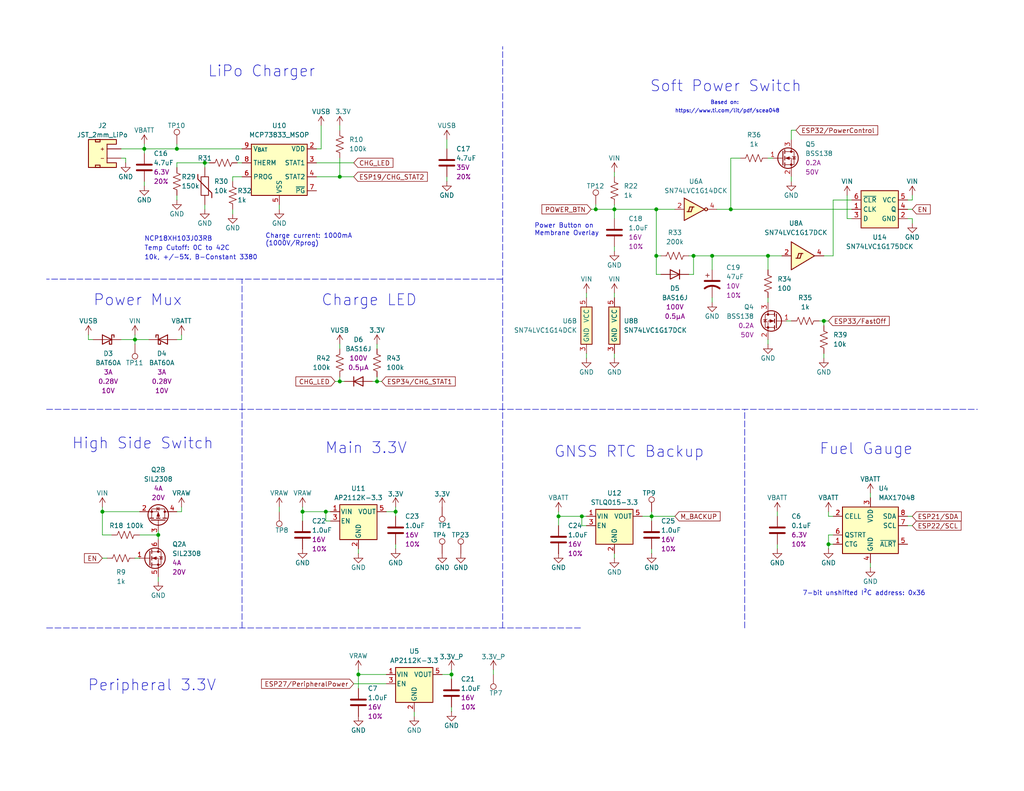
<source format=kicad_sch>
(kicad_sch (version 20231120) (generator "eeschema") (generator_version "8.0")
  (paper "USLetter")
  (title_block (title "Power"))
  (junction (at 55.88 44.45))
  (junction (at 179.07 57.15))
  (junction (at 152.4 140.97))
  (junction (at 158.75 140.97))
  (junction (at 27.94 139.7))
  (junction (at 209.55 69.85))
  (junction (at 226.06 148.59))
  (junction (at 224.79 87.63))
  (junction (at 43.18 146.05))
  (junction (at 199.39 57.15))
  (junction (at 167.64 57.15))
  (junction (at 107.95 139.7))
  (junction (at 177.8 140.97))
  (junction (at 92.71 104.14))
  (junction (at 39.37 40.64))
  (junction (at 102.87 104.14))
  (junction (at 48.26 40.64))
  (junction (at 123.19 184.15))
  (junction (at 88.9 139.7))
  (junction (at 36.83 92.71))
  (junction (at 92.71 48.26))
  (junction (at 162.56 57.15))
  (junction (at 189.23 69.85))
  (junction (at 179.07 69.85))
  (junction (at 82.55 139.7))
  (junction (at 194.31 69.85))
  (junction (at 97.79 184.15))
  (wire (pts (xy 107.95 139.7) (xy 107.95 140.97)))
  (wire (pts (xy 63.5 48.26) (xy 63.5 49.53)))
  (wire (pts (xy 92.71 48.26) (xy 96.52 48.26)))
  (wire (pts (xy 212.09 149.86) (xy 212.09 148.59)))
  (wire (pts (xy 36.83 91.44) (xy 36.83 92.71)))
  (wire (pts (xy 48.26 45.72) (xy 48.26 44.45)))
  (wire (pts (xy 187.96 74.93) (xy 189.23 74.93)))
  (wire (pts (xy 134.62 182.88) (xy 134.62 184.15)))
  (polyline (pts (xy 66.04 111.76) (xy 66.04 76.2)) (stroke (width 0) (type dash)))
  (wire (pts (xy 247.65 143.51) (xy 248.92 143.51)))
  (wire (pts (xy 152.4 140.97) (xy 152.4 139.7)))
  (wire (pts (xy 167.64 55.88) (xy 167.64 57.15)))
  (wire (pts (xy 209.55 81.28) (xy 209.55 82.55)))
  (wire (pts (xy 224.79 96.52) (xy 224.79 97.79)))
  (wire (pts (xy 227.33 69.85) (xy 227.33 54.61)))
  (wire (pts (xy 43.18 157.48) (xy 43.18 158.75)))
  (wire (pts (xy 48.26 139.7) (xy 49.53 139.7)))
  (wire (pts (xy 92.71 104.14) (xy 93.98 104.14)))
  (wire (pts (xy 247.65 140.97) (xy 248.92 140.97)))
  (wire (pts (xy 189.23 69.85) (xy 194.31 69.85)))
  (wire (pts (xy 158.75 140.97) (xy 158.75 143.51)))
  (wire (pts (xy 209.55 92.71) (xy 209.55 93.98)))
  (wire (pts (xy 38.1 146.05) (xy 43.18 146.05)))
  (wire (pts (xy 34.29 43.18) (xy 34.29 44.45)))
  (wire (pts (xy 63.5 58.42) (xy 63.5 57.15)))
  (wire (pts (xy 247.65 54.61) (xy 248.92 54.61)))
  (wire (pts (xy 36.83 152.4) (xy 38.1 152.4)))
  (wire (pts (xy 167.64 96.52) (xy 167.64 97.79)))
  (wire (pts (xy 209.55 69.85) (xy 213.36 69.85)))
  (wire (pts (xy 247.65 59.69) (xy 248.92 59.69)))
  (wire (pts (xy 180.34 74.93) (xy 179.07 74.93)))
  (wire (pts (xy 48.26 44.45) (xy 55.88 44.45)))
  (wire (pts (xy 212.09 139.7) (xy 212.09 140.97)))
  (wire (pts (xy 39.37 40.64) (xy 48.26 40.64)))
  (wire (pts (xy 160.02 143.51) (xy 158.75 143.51)))
  (wire (pts (xy 189.23 74.93) (xy 189.23 69.85)))
  (wire (pts (xy 88.9 139.7) (xy 82.55 139.7)))
  (wire (pts (xy 167.64 80.01) (xy 167.64 81.28)))
  (wire (pts (xy 123.19 184.15) (xy 123.19 185.42)))
  (wire (pts (xy 24.13 91.44) (xy 24.13 92.71)))
  (wire (pts (xy 209.55 73.66) (xy 209.55 69.85)))
  (polyline (pts (xy 137.16 111.76) (xy 137.16 12.7)) (stroke (width 0) (type dash)))
  (wire (pts (xy 187.96 69.85) (xy 189.23 69.85)))
  (wire (pts (xy 231.14 53.34) (xy 231.14 59.69)))
  (wire (pts (xy 36.83 92.71) (xy 36.83 93.98)))
  (wire (pts (xy 86.36 44.45) (xy 96.52 44.45)))
  (wire (pts (xy 92.71 43.18) (xy 92.71 48.26)))
  (wire (pts (xy 177.8 149.86) (xy 177.8 151.13)))
  (wire (pts (xy 49.53 138.43) (xy 49.53 139.7)))
  (wire (pts (xy 92.71 93.98) (xy 92.71 95.25)))
  (wire (pts (xy 162.56 55.88) (xy 162.56 57.15)))
  (wire (pts (xy 177.8 140.97) (xy 184.15 140.97)))
  (wire (pts (xy 247.65 57.15) (xy 248.92 57.15)))
  (wire (pts (xy 158.75 140.97) (xy 152.4 140.97)))
  (wire (pts (xy 223.52 87.63) (xy 224.79 87.63)))
  (wire (pts (xy 63.5 48.26) (xy 66.04 48.26)))
  (polyline (pts (xy 203.2 171.45) (xy 203.2 111.76)) (stroke (width 0) (type dash)))
  (wire (pts (xy 97.79 184.15) (xy 97.79 182.88)))
  (wire (pts (xy 36.83 92.71) (xy 40.64 92.71)))
  (wire (pts (xy 105.41 139.7) (xy 107.95 139.7)))
  (wire (pts (xy 160.02 140.97) (xy 158.75 140.97)))
  (wire (pts (xy 224.79 87.63) (xy 226.06 87.63)))
  (wire (pts (xy 82.55 139.7) (xy 82.55 142.24)))
  (wire (pts (xy 209.55 43.18) (xy 210.82 43.18)))
  (wire (pts (xy 121.92 49.53) (xy 121.92 48.26)))
  (wire (pts (xy 102.87 93.98) (xy 102.87 95.25)))
  (wire (pts (xy 226.06 146.05) (xy 226.06 148.59)))
  (wire (pts (xy 248.92 59.69) (xy 248.92 60.96)))
  (wire (pts (xy 215.9 38.1) (xy 215.9 35.56)))
  (wire (pts (xy 48.26 40.64) (xy 66.04 40.64)))
  (wire (pts (xy 194.31 69.85) (xy 209.55 69.85)))
  (wire (pts (xy 90.17 139.7) (xy 88.9 139.7)))
  (wire (pts (xy 105.41 184.15) (xy 97.79 184.15)))
  (wire (pts (xy 194.31 81.28) (xy 194.31 82.55)))
  (wire (pts (xy 55.88 57.15) (xy 55.88 55.88)))
  (wire (pts (xy 248.92 53.34) (xy 248.92 54.61)))
  (polyline (pts (xy 137.16 76.2) (xy 66.04 76.2)) (stroke (width 0) (type dash)))
  (wire (pts (xy 102.87 102.87) (xy 102.87 104.14)))
  (wire (pts (xy 27.94 139.7) (xy 38.1 139.7)))
  (wire (pts (xy 27.94 139.7) (xy 27.94 146.05)))
  (wire (pts (xy 123.19 182.88) (xy 123.19 184.15)))
  (wire (pts (xy 27.94 146.05) (xy 30.48 146.05)))
  (wire (pts (xy 121.92 38.1) (xy 121.92 40.64)))
  (wire (pts (xy 224.79 69.85) (xy 227.33 69.85)))
  (wire (pts (xy 27.94 152.4) (xy 29.21 152.4)))
  (wire (pts (xy 227.33 146.05) (xy 226.06 146.05)))
  (wire (pts (xy 226.06 139.7) (xy 226.06 140.97)))
  (wire (pts (xy 24.13 92.71) (xy 25.4 92.71)))
  (wire (pts (xy 76.2 57.15) (xy 76.2 55.88)))
  (wire (pts (xy 101.6 104.14) (xy 102.87 104.14)))
  (polyline (pts (xy 12.7 111.76) (xy 266.7 111.76)) (stroke (width 0) (type dash)))
  (wire (pts (xy 39.37 39.37) (xy 39.37 40.64)))
  (wire (pts (xy 97.79 184.15) (xy 97.79 187.96)))
  (wire (pts (xy 167.64 57.15) (xy 167.64 59.69)))
  (wire (pts (xy 175.26 140.97) (xy 177.8 140.97)))
  (wire (pts (xy 86.36 48.26) (xy 92.71 48.26)))
  (wire (pts (xy 91.44 104.14) (xy 92.71 104.14)))
  (polyline (pts (xy 66.04 76.2) (xy 12.7 76.2)) (stroke (width 0) (type dash)))
  (wire (pts (xy 113.03 194.31) (xy 113.03 195.58)))
  (wire (pts (xy 120.65 184.15) (xy 123.19 184.15)))
  (wire (pts (xy 39.37 50.8) (xy 39.37 49.53)))
  (wire (pts (xy 199.39 57.15) (xy 232.41 57.15)))
  (wire (pts (xy 194.31 73.66) (xy 194.31 69.85)))
  (wire (pts (xy 49.53 91.44) (xy 49.53 92.71)))
  (wire (pts (xy 43.18 146.05) (xy 43.18 147.32)))
  (wire (pts (xy 227.33 54.61) (xy 232.41 54.61)))
  (wire (pts (xy 87.63 34.29) (xy 87.63 40.64)))
  (wire (pts (xy 184.15 57.15) (xy 179.07 57.15)))
  (wire (pts (xy 226.06 148.59) (xy 226.06 149.86)))
  (polyline (pts (xy 12.7 171.45) (xy 158.75 171.45)) (stroke (width 0) (type dash)))
  (wire (pts (xy 33.02 92.71) (xy 36.83 92.71)))
  (wire (pts (xy 227.33 140.97) (xy 226.06 140.97)))
  (polyline (pts (xy 137.16 171.45) (xy 137.16 111.76)) (stroke (width 0) (type dash)))
  (wire (pts (xy 88.9 139.7) (xy 88.9 142.24)))
  (wire (pts (xy 179.07 69.85) (xy 180.34 69.85)))
  (wire (pts (xy 215.9 48.26) (xy 215.9 49.53)))
  (wire (pts (xy 179.07 74.93) (xy 179.07 69.85)))
  (wire (pts (xy 33.02 43.18) (xy 34.29 43.18)))
  (wire (pts (xy 160.02 96.52) (xy 160.02 97.79)))
  (wire (pts (xy 92.71 34.29) (xy 92.71 35.56)))
  (wire (pts (xy 161.29 57.15) (xy 162.56 57.15)))
  (wire (pts (xy 199.39 43.18) (xy 199.39 57.15)))
  (wire (pts (xy 167.64 48.26) (xy 167.64 46.99)))
  (wire (pts (xy 76.2 138.43) (xy 76.2 139.7)))
  (wire (pts (xy 179.07 57.15) (xy 179.07 69.85)))
  (wire (pts (xy 224.79 87.63) (xy 224.79 88.9)))
  (wire (pts (xy 33.02 40.64) (xy 39.37 40.64)))
  (wire (pts (xy 167.64 151.13) (xy 167.64 152.4)))
  (wire (pts (xy 39.37 40.64) (xy 39.37 41.91)))
  (wire (pts (xy 64.77 44.45) (xy 66.04 44.45)))
  (wire (pts (xy 48.26 92.71) (xy 49.53 92.71)))
  (wire (pts (xy 43.18 144.78) (xy 43.18 146.05)))
  (wire (pts (xy 162.56 57.15) (xy 167.64 57.15)))
  (wire (pts (xy 57.15 44.45) (xy 55.88 44.45)))
  (wire (pts (xy 107.95 148.59) (xy 107.95 149.86)))
  (wire (pts (xy 86.36 40.64) (xy 87.63 40.64)))
  (wire (pts (xy 48.26 54.61) (xy 48.26 53.34)))
  (wire (pts (xy 160.02 80.01) (xy 160.02 81.28)))
  (wire (pts (xy 237.49 154.94) (xy 237.49 153.67)))
  (wire (pts (xy 102.87 104.14) (xy 104.14 104.14)))
  (wire (pts (xy 237.49 134.62) (xy 237.49 135.89)))
  (wire (pts (xy 48.26 39.37) (xy 48.26 40.64)))
  (wire (pts (xy 152.4 140.97) (xy 152.4 143.51)))
  (wire (pts (xy 107.95 138.43) (xy 107.95 139.7)))
  (wire (pts (xy 92.71 102.87) (xy 92.71 104.14)))
  (wire (pts (xy 97.79 149.86) (xy 97.79 151.13)))
  (wire (pts (xy 123.19 193.04) (xy 123.19 194.31)))
  (wire (pts (xy 232.41 59.69) (xy 231.14 59.69)))
  (wire (pts (xy 96.52 186.69) (xy 105.41 186.69)))
  (wire (pts (xy 201.93 43.18) (xy 199.39 43.18)))
  (polyline (pts (xy 66.04 171.45) (xy 66.04 111.76)) (stroke (width 0) (type dash)))
  (wire (pts (xy 215.9 35.56) (xy 217.17 35.56)))
  (wire (pts (xy 82.55 139.7) (xy 82.55 138.43)))
  (wire (pts (xy 90.17 142.24) (xy 88.9 142.24)))
  (wire (pts (xy 167.64 67.31) (xy 167.64 68.58)))
  (wire (pts (xy 177.8 140.97) (xy 177.8 142.24)))
  (wire (pts (xy 167.64 57.15) (xy 179.07 57.15)))
  (wire (pts (xy 195.58 57.15) (xy 199.39 57.15)))
  (wire (pts (xy 27.94 138.43) (xy 27.94 139.7)))
  (wire (pts (xy 55.88 44.45) (xy 55.88 45.72)))
  (wire (pts (xy 177.8 139.7) (xy 177.8 140.97)))
  (wire (pts (xy 226.06 148.59) (xy 227.33 148.59)))
  (wire (pts (xy 214.63 87.63) (xy 215.9 87.63)))
  (text "High Side Switch" (at 19.558 122.936 0) (effects (font (size 3 3)) (justify left bottom)))
  (text "Charge current: 1000mA\n(1000V/Rprog)" (at 72.39 67.31 0) (effects (font (size 1.27 1.27)) (justify left bottom)))
  (text "Power Button on\nMembrane Overlay" (at 145.796 64.516 0) (effects (font (size 1.27 1.27)) (justify left bottom)))
  (text "Based on:" (at 193.802 28.702 0) (effects (font (size 1.016 1.016)) (justify left bottom)))
  (text "GNSS RTC Backup" (at 151.13 125.222 0) (effects (font (size 3 3)) (justify left bottom)))
  (text "Temp Cutoff: 0C to 42C" (at 39.37 68.58 0) (effects (font (size 1.27 1.27)) (justify left bottom)))
  (text "10k, +/-5%, B-Constant 3380" (at 39.37 71.12 0) (effects (font (size 1.27 1.27)) (justify left bottom)))
  (text "NCP18XH103J03RB" (at 39.37 66.04 0) (effects (font (size 1.27 1.27)) (justify left bottom)))
  (text "Soft Power Switch" (at 177.292 25.4 0) (effects (font (size 3 3)) (justify left bottom)))
  (text "LiPo Charger" (at 56.642 21.336 0) (effects (font (size 3 3)) (justify left bottom)))
  (text "Charge LED" (at 87.63 83.82 0) (effects (font (size 3 3)) (justify left bottom)))
  (text "Power Mux" (at 25.4 83.82 0) (effects (font (size 3 3)) (justify left bottom)))
  (text "Fuel Gauge" (at 223.52 124.46 0) (effects (font (size 3 3)) (justify left bottom)))
  (text "https://www.ti.com/lit/pdf/scea048" (at 184.15 30.988 0) (effects (font (size 1.016 1.016)) (justify left bottom)))
  (text "Peripheral 3.3V" (at 23.876 188.976 0) (effects (font (size 3 3)) (justify left bottom)))
  (text "Main 3.3V" (at 88.646 124.206 0) (effects (font (size 3 3)) (justify left bottom)))
  (text "7-bit unshifted I²C address: 0x36\n" (at 218.948 162.814 0) (effects (font (size 1.27 1.27)) (justify left bottom)))
  (global_label "CHG_LED" (shape input) (at 91.44 104.14 180) (property "Intersheetrefs" "${INTERSHEET_REFS}" (effects (hide yes))))
  (global_label "ESP34{slash}CHG_STAT1" (shape input) (at 104.14 104.14 0) (property "Intersheetrefs" "${INTERSHEET_REFS}" (effects (hide yes))))
  (global_label "ESP21{slash}SDA" (shape input) (at 248.92 140.97 0) (property "Intersheetrefs" "${INTERSHEET_REFS}" (effects (hide yes))))
  (global_label "POWER_BTN" (shape input) (at 161.29 57.15 180) (property "Intersheetrefs" "${INTERSHEET_REFS}" (effects (hide yes))))
  (global_label "ESP32{slash}PowerControl" (shape input) (at 217.17 35.56 0) (property "Intersheetrefs" "${INTERSHEET_REFS}" (effects (hide yes))))
  (global_label "EN" (shape input) (at 248.92 57.15 0) (property "Intersheetrefs" "${INTERSHEET_REFS}" (effects (hide yes))))
  (global_label "ESP27{slash}PeripheralPower" (shape input) (at 96.52 186.69 180) (property "Intersheetrefs" "${INTERSHEET_REFS}" (effects (hide yes))))
  (global_label "ESP33{slash}FastOff" (shape input) (at 226.06 87.63 0) (property "Intersheetrefs" "${INTERSHEET_REFS}" (effects (hide yes))))
  (global_label "EN" (shape input) (at 27.94 152.4 180) (property "Intersheetrefs" "${INTERSHEET_REFS}" (effects (hide yes))))
  (global_label "M_BACKUP" (shape input) (at 184.15 140.97 0) (property "Intersheetrefs" "${INTERSHEET_REFS}" (effects (hide yes))))
  (global_label "ESP19{slash}CHG_STAT2" (shape input) (at 96.52 48.26 0) (property "Intersheetrefs" "${INTERSHEET_REFS}" (effects (hide yes))))
  (global_label "CHG_LED" (shape input) (at 96.52 44.45 0) (property "Intersheetrefs" "${INTERSHEET_REFS}" (effects (hide yes))))
  (global_label "ESP22{slash}SCL" (shape input) (at 248.92 143.51 0) (property "Intersheetrefs" "${INTERSHEET_REFS}" (effects (hide yes))))
  (symbol (lib_id "SparkFun-Capacitor:1.0uF_0402_16V_10%") (at 177.8 146.05 0) (unit 1)
    (property "Reference" "C25" (at 180.34 142.24 0) (effects (justify left)))
    (property "Value" "1.0uF" (at 180.34 144.78 0) (effects (justify left)))
    (property "Footprint" "SparkFun-Capacitor:C_0402_1005Metric" (effects (hide yes)))
    (property "Datasheet" "https://cdn.sparkfun.com/assets/8/a/4/a/5/Kemet_Capacitor_Datasheet.pdf" (effects (hide yes)))
    (property "Description" "Unpolarized capacitor" (effects (hide yes)))
    (property "PROD_ID" "CAP-14969" (effects (hide yes)))
    (property "Voltage" "16V" (at 180.34 147.32 0) (effects (justify left)))
    (property "Tolerance" "10%" (at 180.34 149.86 0) (effects (justify left)))
  )
  (symbol (lib_id "SparkFun-Connector:TestPoint_PTH") (at 134.62 184.15 180) (unit 1)
    (property "Reference" "TP7" (at 137.16 189.23 0) (effects (justify left)))
    (property "Value" "PTH" (effects (hide yes)))
    (property "Footprint" "SparkFun-Connector:1x01" (effects (hide yes)))
    (property "Description" "Test Point" (effects (hide yes)))
  )
  (symbol (lib_id "SparkFun-PowerSymbol:GND") (at 224.79 97.79 0) (unit 1)
    (property "Reference" "#PWR0126" (effects (hide yes)))
    (property "Value" "GND" (at 224.79 101.6 0))
    (property "Description" "Power symbol creates a global label with name \"GND\" , ground" (effects (hide yes)))
  )
  (symbol (lib_id "SparkFun-DiscreteSemi:Q_NPMOS_DUAL_4A_20V") (at 40.64 152.4 0) (unit 1)
    (property "Reference" "Q2" (at 46.99 148.59 0) (effects (justify left)))
    (property "Value" "SIL2308" (at 46.99 151.13 0) (effects (justify left)))
    (property "Footprint" "SparkFun-Semiconductor-Standard:SOT23-6-Tight" (effects (hide yes)))
    (property "Datasheet" "https://www.mccsemi.com/pdf/Products/SIL2308(SOT-23-6L)-A.pdf" (effects (hide yes)))
    (property "Description" "Dual N-Channel P-Channel MOSFET" (effects (hide yes)))
    (property "PROD_ID" "TRANS-15717" (effects (hide yes)))
    (property "IMax" "4A" (at 46.99 153.67 0) (effects (justify left)))
    (property "VMax" "20V" (at 46.99 156.21 0) (effects (justify left)))
  )
  (symbol (lib_id "SparkFun-PowerSymbol:3.3V") (at 102.87 93.98 0) (unit 1)
    (property "Reference" "#PWR066" (effects (hide yes)))
    (property "Value" "3.3V" (at 102.87 90.17 0))
    (property "Description" "Power symbol creates a global label with name \"3.3V\"" (effects (hide yes)))
  )
  (symbol (lib_id "SparkFun-PowerSymbol:VBATT") (at 152.4 139.7 0) (unit 1)
    (property "Reference" "#PWR069" (effects (hide yes)))
    (property "Value" "VBATT" (at 152.4 135.89 0))
    (property "Description" "Power symbol creates a global label with name \"VBATT\"" (effects (hide yes)))
  )
  (symbol (lib_id "SparkFun-IC-Power:MAX17048") (at 237.49 144.78 0) (unit 1)
    (property "Reference" "U4" (at 239.6841 133.35 0) (effects (justify left)))
    (property "Value" "MAX17048" (at 239.6841 135.89 0) (effects (justify left)))
    (property "Footprint" "SparkFun-Semiconductor-Standard:DFN-8" (effects (hide yes)))
    (property "Datasheet" "https://www.analog.com/media/en/technical-documentation/data-sheets/MAX17048-MAX17049.pdf" (effects (hide yes)))
    (property "Description" "Fuela Gauge IC for Batteries" (effects (hide yes)))
    (property "PROD_ID" "IC-12551" (effects (hide yes)))
  )
  (symbol (lib_id "power:GND") (at 76.2 57.15 0) (unit 1)
    (property "Reference" "#PWR038" (effects (hide yes)))
    (property "Value" "GND" (at 76.2 60.96 0))
    (property "Description" "Power symbol creates a global label with name \"GND\" , ground" (effects (hide yes)))
  )
  (symbol (lib_id "SparkFun-IC-Logic:74LVC1G175") (at 240.03 57.15 0) (unit 1)
    (property "Reference" "U14" (at 240.03 64.77 0))
    (property "Value" "SN74LVC1G175DCK" (at 240.03 67.31 0))
    (property "Footprint" "SparkFun-Semiconductor-Standard:SOT-323" (effects (hide yes)))
    (property "Datasheet" "https://www.ti.com/lit/gpn/SN74LVC1G175" (effects (hide yes)))
    (property "Description" "Single D-Type Flip-Flop With Asynchronous Clear, 1.65V to 5.5V, SOT-323 (SC70)" (effects (hide yes)))
    (property "PROD_ID" "IC-21905" (effects (hide yes)))
  )
  (symbol (lib_id "SparkFun-PowerSymbol:VIN") (at 231.14 53.34 0) (unit 1)
    (property "Reference" "#PWR0128" (effects (hide yes)))
    (property "Value" "VIN" (at 231.14 49.53 0))
    (property "Description" "Power symbol creates a global label with name \"VIN\"" (effects (hide yes)))
  )
  (symbol (lib_id "SparkFun-PowerSymbol:GND") (at 120.65 151.13 0) (unit 1)
    (property "Reference" "#PWR093" (effects (hide yes)))
    (property "Value" "GND" (at 120.65 154.94 0))
    (property "Description" "Power symbol creates a global label with name \"GND\" , ground" (effects (hide yes)))
  )
  (symbol (lib_id "SparkFun-PowerSymbol:GND") (at 209.55 93.98 0) (unit 1)
    (property "Reference" "#PWR0125" (effects (hide yes)))
    (property "Value" "GND" (at 209.55 97.79 0))
    (property "Description" "Power symbol creates a global label with name \"GND\" , ground" (effects (hide yes)))
  )
  (symbol (lib_id "SparkFun-DiscreteSemi:D_250mA_100V") (at 97.79 104.14 0) (unit 1)
    (property "Reference" "D6" (at 97.79 92.71 0))
    (property "Value" "BAS16J" (at 97.79 95.25 0))
    (property "Footprint" "SparkFun-Semiconductor-Standard:SOD-323" (effects (hide yes)))
    (property "Datasheet" "https://assets.nexperia.com/documents/data-sheet/BAS16J.pdf" (effects (hide yes)))
    (property "Description" "Diode" (effects (hide yes)))
    (property "PROD_ID" "DIO-09646" (effects (hide yes)))
    (property "VMax" "100V" (at 97.79 97.79 0))
    (property "IRev" "0.5μA" (at 97.79 100.33 0))
  )
  (symbol (lib_id "SparkFun-Regulator:STLQ015-3.3") (at 167.64 143.51 0) (unit 1)
    (property "Reference" "U12" (at 167.64 134.62 0))
    (property "Value" "STLQ015-3.3" (at 167.64 137.16 0))
    (property "Footprint" "SparkFun-Semiconductor-Standard:SOT23-5" (effects (hide yes)))
    (property "Datasheet" "https://www.st.com/content/ccc/resource/technical/document/datasheet/35/54/c9/ad/3b/07/4a/c3/CD00268765.pdf/files/CD00268765.pdf/jcr:content/translations/en.CD00268765.pdf" (effects (hide yes)))
    (property "Description" "150mA low dropout linear regulator, 1.4uA quiescent current" (effects (hide yes)))
    (property "PROD_ID" "IC-15779" (effects (hide yes)))
    (property "VMax" "5.5V" (effects (hide yes)))
    (property "Imax" "150mA" (effects (hide yes)))
    (property "Iq" "1.4µA" (effects (hide yes)))
  )
  (symbol (lib_id "SparkFun-Connector:TestPoint_PTH") (at 36.83 93.98 180) (unit 1)
    (property "Reference" "TP11" (at 34.29 99.06 0) (effects (justify right)))
    (property "Value" "PTH" (effects (hide yes)))
    (property "Footprint" "SparkFun-Connector:1x01" (effects (hide yes)))
    (property "Description" "Test Point" (effects (hide yes)))
  )
  (symbol (lib_id "power:GND") (at 55.88 57.15 0) (unit 1)
    (property "Reference" "#PWR034" (effects (hide yes)))
    (property "Value" "GND" (at 55.88 60.96 0))
    (property "Description" "Power symbol creates a global label with name \"GND\" , ground" (effects (hide yes)))
  )
  (symbol (lib_id "power:GND") (at 237.49 154.94 0) (unit 1)
    (property "Reference" "#PWR028" (effects (hide yes)))
    (property "Value" "GND" (at 237.49 158.75 0))
    (property "Description" "Power symbol creates a global label with name \"GND\" , ground" (effects (hide yes)))
  )
  (symbol (lib_id "SparkFun-Resistor:Thermistor-NTC-10k") (at 55.88 50.8 90) (unit 1)
    (property "Reference" "R30" (at 58.42 49.53 90) (effects (justify right)))
    (property "Value" "10k" (at 58.42 52.07 90) (effects (justify right)))
    (property "Footprint" "SparkFun-Resistor:R_0603_1608Metric" (effects (hide yes)))
    (property "Datasheet" "https://www.murata.com/-/media/webrenewal/products/thermistor/ntc/ncp/ncp18.ashx?la=ja-jp&cvid=20211118090222000000" (effects (hide yes)))
    (property "Description" "Temperature dependent resistor" (effects (hide yes)))
    (property "PROD_ID" "RES-13608" (effects (hide yes)))
  )
  (symbol (lib_id "SparkFun-PowerSymbol:VUSB") (at 24.13 91.44 0) (unit 1)
    (property "Reference" "#PWR058" (effects (hide yes)))
    (property "Value" "VUSB" (at 24.13 87.63 0))
    (property "Description" "Power symbol creates a global label with name \"VUSB\"" (effects (hide yes)))
  )
  (symbol (lib_id "SparkFun-PowerSymbol:VBATT") (at 212.09 139.7 0) (unit 1)
    (property "Reference" "#PWR023" (effects (hide yes)))
    (property "Value" "VBATT" (at 212.09 135.89 0))
    (property "Description" "Power symbol creates a global label with name \"VBATT\"" (effects (hide yes)))
  )
  (symbol (lib_id "SparkFun-Resistor:1k_0402") (at 219.71 87.63 180) (unit 1)
    (property "Reference" "R35" (at 219.71 81.28 0))
    (property "Value" "1k" (at 219.71 83.82 0))
    (property "Footprint" "SparkFun-Resistor:R_0402_1005Metric" (effects (hide yes)))
    (property "Datasheet" "https://www.vishay.com/docs/20035/dcrcwe3.pdf" (effects (hide yes)))
    (property "Description" "Resistor" (effects (hide yes)))
    (property "PROD_ID" "RES-14342" (effects (hide yes)))
  )
  (symbol (lib_id "SparkFun-IC-Power:MCP73833") (at 76.2 49.53 0) (unit 1)
    (property "Reference" "U10" (at 76.2 34.29 0))
    (property "Value" "MCP73833_MSOP" (at 76.2 36.83 0))
    (property "Footprint" "SparkFun-Semiconductor-Standard:MSOP-10_3x3mm_P0.5mm" (effects (hide yes)))
    (property "Datasheet" "https://ww1.microchip.com/downloads/en/DeviceDoc/22005b.pdf" (effects (hide yes)))
    (property "Description" "Single cell, Li-Ion/Li-Po charge management controller, Thermal cut-off" (effects (hide yes)))
    (property "PROD_ID" "IC-19890" (effects (hide yes)))
  )
  (symbol (lib_id "SparkFun-Capacitor:4.7uF_0603_35V_20%") (at 121.92 44.45 0) (unit 1)
    (property "Reference" "C17" (at 124.46 40.64 0) (effects (justify left)))
    (property "Value" "4.7uF" (at 124.46 43.18 0) (effects (justify left)))
    (property "Footprint" "SparkFun-Capacitor:C_0603_1608Metric" (effects (hide yes)))
    (property "Datasheet" "https://cdn.sparkfun.com/assets/8/a/4/a/5/Kemet_Capacitor_Datasheet.pdf" (effects (hide yes)))
    (property "Description" "Unpolarized capacitor" (effects (hide yes)))
    (property "PROD_ID" "CAP-14106" (effects (hide yes)))
    (property "Voltage" "35V" (at 124.46 45.72 0) (effects (justify left)))
    (property "Tolerance" "20%" (at 124.46 48.26 0) (effects (justify left)))
  )
  (symbol (lib_id "SparkFun-Capacitor:4.7uF_0402_6.3V_10%") (at 39.37 45.72 0) (unit 1)
    (property "Reference" "C16" (at 41.91 41.91 0) (effects (justify left)))
    (property "Value" "4.7uF" (at 41.91 44.45 0) (effects (justify left)))
    (property "Footprint" "SparkFun-Capacitor:C_0402_1005Metric" (effects (hide yes)))
    (property "Datasheet" "https://cdn.sparkfun.com/assets/8/a/4/a/5/Kemet_Capacitor_Datasheet.pdf" (effects (hide yes)))
    (property "Description" "Unpolarized capacitor" (effects (hide yes)))
    (property "PROD_ID" "CAP-14240" (effects (hide yes)))
    (property "Voltage" "6.3V" (at 41.91 46.99 0) (effects (justify left)))
    (property "Tolerance" "20%" (at 41.91 49.53 0) (effects (justify left)))
  )
  (symbol (lib_id "SparkFun-Connector:TestPoint_PTH") (at 76.2 139.7 180) (unit 1)
    (property "Reference" "TP8" (at 78.74 144.78 0) (effects (justify left)))
    (property "Value" "PTH" (effects (hide yes)))
    (property "Footprint" "SparkFun-Connector:1x01" (effects (hide yes)))
    (property "Description" "Test Point" (effects (hide yes)))
  )
  (symbol (lib_id "power:GND") (at 63.5 58.42 0) (unit 1)
    (property "Reference" "#PWR036" (effects (hide yes)))
    (property "Value" "GND" (at 63.5 62.23 0))
    (property "Description" "Power symbol creates a global label with name \"GND\" , ground" (effects (hide yes)))
  )
  (symbol (lib_id "SparkFun-Capacitor:1.0uF_0402_16V_10%") (at 123.19 189.23 0) (unit 1)
    (property "Reference" "C21" (at 125.73 185.42 0) (effects (justify left)))
    (property "Value" "1.0uF" (at 125.73 187.96 0) (effects (justify left)))
    (property "Footprint" "SparkFun-Capacitor:C_0402_1005Metric" (effects (hide yes)))
    (property "Datasheet" "https://cdn.sparkfun.com/assets/8/a/4/a/5/Kemet_Capacitor_Datasheet.pdf" (effects (hide yes)))
    (property "Description" "Unpolarized capacitor" (effects (hide yes)))
    (property "PROD_ID" "CAP-14969" (effects (hide yes)))
    (property "Voltage" "16V" (at 125.73 190.5 0) (effects (justify left)))
    (property "Tolerance" "10%" (at 125.73 193.04 0) (effects (justify left)))
  )
  (symbol (lib_id "power:GND") (at 123.19 194.31 0) (unit 1)
    (property "Reference" "#PWR029" (effects (hide yes)))
    (property "Value" "GND" (at 123.19 198.12 0))
    (property "Description" "Power symbol creates a global label with name \"GND\" , ground" (effects (hide yes)))
  )
  (symbol (lib_id "SparkFun-Connector:TestPoint_PTH") (at 125.73 151.13 0) (unit 1)
    (property "Reference" "TP23" (at 123.19 146.05 0) (effects (justify left)))
    (property "Value" "PTH" (effects (hide yes)))
    (property "Footprint" "SparkFun-Connector:1x01" (effects (hide yes)))
    (property "Description" "Test Point" (effects (hide yes)))
  )
  (symbol (lib_id "SparkFun-Capacitor:1.0uF_0402_16V_10%") (at 107.95 144.78 0) (unit 1)
    (property "Reference" "C23" (at 110.49 140.97 0) (effects (justify left)))
    (property "Value" "1.0uF" (at 110.49 143.51 0) (effects (justify left)))
    (property "Footprint" "SparkFun-Capacitor:C_0402_1005Metric" (effects (hide yes)))
    (property "Datasheet" "https://cdn.sparkfun.com/assets/8/a/4/a/5/Kemet_Capacitor_Datasheet.pdf" (effects (hide yes)))
    (property "Description" "Unpolarized capacitor" (effects (hide yes)))
    (property "PROD_ID" "CAP-14969" (effects (hide yes)))
    (property "Voltage" "16V" (at 110.49 146.05 0) (effects (justify left)))
    (property "Tolerance" "10%" (at 110.49 148.59 0) (effects (justify left)))
  )
  (symbol (lib_id "power:GND") (at 34.29 44.45 0) (unit 1)
    (property "Reference" "#PWR015" (effects (hide yes)))
    (property "Value" "GND" (at 34.29 48.26 0))
    (property "Description" "Power symbol creates a global label with name \"GND\" , ground" (effects (hide yes)))
  )
  (symbol (lib_id "SparkFun-PowerSymbol:GND") (at 160.02 97.79 0) (unit 1)
    (property "Reference" "#PWR0132" (effects (hide yes)))
    (property "Value" "GND" (at 160.02 101.6 0))
    (property "Description" "Power symbol creates a global label with name \"GND\" , ground" (effects (hide yes)))
  )
  (symbol (lib_id "SparkFun-Resistor:100k_0402") (at 92.71 99.06 270) (mirror x) (unit 1)
    (property "Reference" "R42" (at 90.17 97.7899 90) (effects (justify right)))
    (property "Value" "100k" (at 90.17 100.3299 90) (effects (justify right)))
    (property "Footprint" "SparkFun-Resistor:R_0402_1005Metric" (effects (hide yes)))
    (property "Datasheet" "https://www.vishay.com/docs/20035/dcrcwe3.pdf" (effects (hide yes)))
    (property "Description" "Resistor" (effects (hide yes)))
    (property "PROD_ID" "RES-13495" (effects (hide yes)))
  )
  (symbol (lib_id "SparkFun-Resistor:1k_0402") (at 63.5 53.34 90) (unit 1)
    (property "Reference" "R32" (at 64.77 52.07 90) (effects (justify right)))
    (property "Value" "1k" (at 64.77 54.61 90) (effects (justify right)))
    (property "Footprint" "SparkFun-Resistor:R_0402_1005Metric" (effects (hide yes)))
    (property "Datasheet" "https://www.vishay.com/docs/20035/dcrcwe3.pdf" (effects (hide yes)))
    (property "Description" "Resistor" (effects (hide yes)))
    (property "PROD_ID" "RES-14342" (effects (hide yes)))
  )
  (symbol (lib_id "SparkFun-IC-Logic:74LVC1G14") (at 190.5 57.15 0) (unit 1)
    (property "Reference" "U6" (at 189.8753 49.53 0))
    (property "Value" "SN74LVC1G14DCK" (at 189.8753 52.07 0))
    (property "Footprint" "SparkFun-Semiconductor-Standard:SOT-353" (effects (hide yes)))
    (property "Datasheet" "https://www.ti.com/lit/gpn/SN74LVC1G14" (effects (hide yes)))
    (property "Description" "Single Schmitt-Trigger Inverter, Low-Voltage CMOS, 1.65V to 5.5V, SOT-353 (SC70)" (effects (hide yes)))
    (property "PROD_ID" "IC-21903" (effects (hide yes)))
  )
  (symbol (lib_id "SparkFun-PowerSymbol:GND") (at 194.31 82.55 0) (unit 1)
    (property "Reference" "#PWR0124" (effects (hide yes)))
    (property "Value" "GND" (at 194.31 86.36 0))
    (property "Description" "Power symbol creates a global label with name \"GND\" , ground" (effects (hide yes)))
  )
  (symbol (lib_id "power:GND") (at 167.64 152.4 0) (unit 1)
    (property "Reference" "#PWR071" (effects (hide yes)))
    (property "Value" "GND" (at 167.64 156.21 0))
    (property "Description" "Power symbol creates a global label with name \"GND\" , ground" (effects (hide yes)))
  )
  (symbol (lib_id "SparkFun-PowerSymbol:VBATT") (at 49.53 91.44 0) (unit 1)
    (property "Reference" "#PWR064" (effects (hide yes)))
    (property "Value" "VBATT" (at 49.53 87.63 0))
    (property "Description" "Power symbol creates a global label with name \"VBATT\"" (effects (hide yes)))
  )
  (symbol (lib_id "power:GND") (at 107.95 149.86 0) (unit 1)
    (property "Reference" "#PWR068" (effects (hide yes)))
    (property "Value" "GND" (at 107.95 153.67 0))
    (property "Description" "Power symbol creates a global label with name \"GND\" , ground" (effects (hide yes)))
  )
  (symbol (lib_id "SparkFun-Resistor:100k_0402") (at 92.71 39.37 90) (unit 1)
    (property "Reference" "R10" (at 95.25 38.0999 90) (effects (justify right)))
    (property "Value" "100k" (at 95.25 40.6399 90) (effects (justify right)))
    (property "Footprint" "SparkFun-Resistor:R_0402_1005Metric" (effects (hide yes)))
    (property "Datasheet" "https://www.vishay.com/docs/20035/dcrcwe3.pdf" (effects (hide yes)))
    (property "Description" "Resistor" (effects (hide yes)))
    (property "PROD_ID" "RES-13495" (effects (hide yes)))
  )
  (symbol (lib_id "SparkFun-PowerSymbol:GND") (at 43.18 158.75 0) (unit 1)
    (property "Reference" "#PWR0119" (effects (hide yes)))
    (property "Value" "GND" (at 43.18 162.56 0))
    (property "Description" "Power symbol creates a global label with name \"GND\" , ground" (effects (hide yes)))
  )
  (symbol (lib_id "SparkFun-PowerSymbol:VIN") (at 167.64 80.01 0) (unit 1)
    (property "Reference" "#PWR0133" (effects (hide yes)))
    (property "Value" "VIN" (at 167.64 76.2 0))
    (property "Description" "Power symbol creates a global label with name \"VIN\"" (effects (hide yes)))
  )
  (symbol (lib_id "power:GND") (at 152.4 151.13 0) (unit 1)
    (property "Reference" "#PWR070" (effects (hide yes)))
    (property "Value" "GND" (at 152.4 154.94 0))
    (property "Description" "Power symbol creates a global label with name \"GND\" , ground" (effects (hide yes)))
  )
  (symbol (lib_id "SparkFun-PowerSymbol:GND") (at 167.64 68.58 0) (unit 1)
    (property "Reference" "#PWR0123" (effects (hide yes)))
    (property "Value" "GND" (at 167.64 72.39 0))
    (property "Description" "Power symbol creates a global label with name \"GND\" , ground" (effects (hide yes)))
  )
  (symbol (lib_id "SparkFun-Capacitor:1.0uF_0402_16V_10%") (at 82.55 146.05 0) (unit 1)
    (property "Reference" "C22" (at 85.09 142.24 0) (effects (justify left)))
    (property "Value" "1.0uF" (at 85.09 144.78 0) (effects (justify left)))
    (property "Footprint" "SparkFun-Capacitor:C_0402_1005Metric" (effects (hide yes)))
    (property "Datasheet" "https://cdn.sparkfun.com/assets/8/a/4/a/5/Kemet_Capacitor_Datasheet.pdf" (effects (hide yes)))
    (property "Description" "Unpolarized capacitor" (effects (hide yes)))
    (property "PROD_ID" "CAP-14969" (effects (hide yes)))
    (property "Voltage" "16V" (at 85.09 147.32 0) (effects (justify left)))
    (property "Tolerance" "10%" (at 85.09 149.86 0) (effects (justify left)))
  )
  (symbol (lib_id "SparkFun-IC-Logic:74LVC1G17") (at 167.64 88.9 0) (unit 2)
    (property "Reference" "U8" (at 170.18 87.63 0) (effects (justify left)))
    (property "Value" "SN74LVC1G17DCK" (at 170.18 90.17 0) (effects (justify left)))
    (property "Footprint" "SparkFun-Semiconductor-Standard:SOT-353" (effects (hide yes)))
    (property "Datasheet" "https://www.ti.com/lit/gpn/SN74LVC1G17" (effects (hide yes)))
    (property "Description" "Single Schmitt-Trigger Buffer, Low-Voltage CMOS, 1.65V to 5.5V, SOT-353 (SC70)" (effects (hide yes)))
    (property "PROD_ID" "IC-21904" (effects (hide yes)))
  )
  (symbol (lib_id "SparkFun-PowerSymbol:VIN") (at 36.83 91.44 0) (unit 1)
    (property "Reference" "#PWR062" (effects (hide yes)))
    (property "Value" "VIN" (at 36.83 87.63 0))
    (property "Description" "Power symbol creates a global label with name \"VIN\"" (effects (hide yes)))
  )
  (symbol (lib_id "SparkFun-Resistor:1k_0402") (at 167.64 52.07 90) (unit 1)
    (property "Reference" "R22" (at 170.18 50.7999 90) (effects (justify right)))
    (property "Value" "1k" (at 170.18 53.3399 90) (effects (justify right)))
    (property "Footprint" "SparkFun-Resistor:R_0402_1005Metric" (effects (hide yes)))
    (property "Datasheet" "https://www.vishay.com/docs/20035/dcrcwe3.pdf" (effects (hide yes)))
    (property "Description" "Resistor" (effects (hide yes)))
    (property "PROD_ID" "RES-14342" (effects (hide yes)))
  )
  (symbol (lib_id "SparkFun-Resistor:0_0402") (at 60.96 44.45 0) (unit 1)
    (property "Reference" "R31" (at 55.88 43.18 0))
    (property "Value" "0" (at 64.77 43.18 0))
    (property "Footprint" "SparkFun-Resistor:R_0402_1005Metric" (effects (hide yes)))
    (property "Datasheet" "https://industrial.panasonic.com/cdbs/www-data/pdf/RDN0000/AOA0000C313.pdf" (effects (hide yes)))
    (property "Description" "Resistor" (effects (hide yes)))
    (property "PROD_ID" "RES-14244" (effects (hide yes)))
  )
  (symbol (lib_id "SparkFun-DiscreteSemi:D_250mA_100V") (at 184.15 74.93 0) (mirror y) (unit 1)
    (property "Reference" "D5" (at 184.15 78.74 0))
    (property "Value" "BAS16J" (at 184.15 81.28 0))
    (property "Footprint" "SparkFun-Semiconductor-Standard:SOD-323" (effects (hide yes)))
    (property "Datasheet" "https://assets.nexperia.com/documents/data-sheet/BAS16J.pdf" (effects (hide yes)))
    (property "Description" "Diode" (effects (hide yes)))
    (property "PROD_ID" "DIO-09646" (effects (hide yes)))
    (property "VMax" "100V" (at 184.15 83.82 0))
    (property "IRev" "0.5μA" (at 184.15 86.36 0))
  )
  (symbol (lib_id "power:GND") (at 121.92 49.53 0) (unit 1)
    (property "Reference" "#PWR043" (effects (hide yes)))
    (property "Value" "GND" (at 121.92 53.34 0))
    (property "Description" "Power symbol creates a global label with name \"GND\" , ground" (effects (hide yes)))
  )
  (symbol (lib_id "SparkFun-Resistor:10k_0402") (at 224.79 92.71 90) (unit 1)
    (property "Reference" "R39" (at 227.33 91.4399 90) (effects (justify right)))
    (property "Value" "10k" (at 227.33 93.9799 90) (effects (justify right)))
    (property "Footprint" "SparkFun-Resistor:R_0402_1005Metric" (effects (hide yes)))
    (property "Datasheet" "https://www.vishay.com/docs/20035/dcrcwe3.pdf" (effects (hide yes)))
    (property "Description" "Resistor" (effects (hide yes)))
    (property "PROD_ID" "RES-14241" (effects (hide yes)))
  )
  (symbol (lib_id "SparkFun-PowerSymbol:VUSB") (at 121.92 38.1 0) (unit 1)
    (property "Reference" "#PWR0122" (effects (hide yes)))
    (property "Value" "VUSB" (at 121.92 34.29 0))
    (property "Description" "Power symbol creates a global label with name \"VUSB\"" (effects (hide yes)))
  )
  (symbol (lib_id "SparkFun-Capacitor:0.1uF_0402_6.3V_10%") (at 212.09 144.78 0) (unit 1)
    (property "Reference" "C6" (at 215.9 140.97 0) (effects (justify left)))
    (property "Value" "0.1uF" (at 215.9 143.51 0) (effects (justify left)))
    (property "Footprint" "SparkFun-Capacitor:C_0402_1005Metric" (effects (hide yes)))
    (property "Datasheet" "https://cdn.sparkfun.com/assets/8/a/4/a/5/Kemet_Capacitor_Datasheet.pdf" (effects (hide yes)))
    (property "Description" "Unpolarized capacitor" (effects (hide yes)))
    (property "PROD_ID" "CAP-14993" (effects (hide yes)))
    (property "Voltage" "6.3V" (at 215.9 146.05 0) (effects (justify left)))
    (property "Tolerance" "10%" (at 215.9 148.59 0) (effects (justify left)))
  )
  (symbol (lib_id "SparkFun-PowerSymbol:VIN") (at 248.92 53.34 0) (unit 1)
    (property "Reference" "#PWR0129" (effects (hide yes)))
    (property "Value" "VIN" (at 248.92 49.53 0))
    (property "Description" "Power symbol creates a global label with name \"VIN\"" (effects (hide yes)))
  )
  (symbol (lib_id "SparkFun-PowerSymbol:VRAW") (at 97.79 182.88 0) (unit 1)
    (property "Reference" "#PWR02" (effects (hide yes)))
    (property "Value" "VRAW" (at 97.79 179.07 0))
    (property "Description" "Power symbol creates a global label with name \"VRAW\"" (effects (hide yes)))
  )
  (symbol (lib_id "SparkFun-DiscreteSemi:D_Schottky_3A_10V_0.28V") (at 29.21 92.71 0) (mirror y) (unit 1)
    (property "Reference" "D3" (at 29.5275 96.52 0))
    (property "Value" "BAT60A" (at 29.5275 99.06 0))
    (property "Footprint" "SparkFun-Semiconductor-Standard:SOD-323" (effects (hide yes)))
    (property "Datasheet" "https://www.infineon.com/dgdl/bat60aseries.pdf?folderId=db3a304313d846880113def5812204a1&fileId=db3a304313d846880113def70c9304a9" (effects (hide yes)))
    (property "Description" "Schottky diode" (effects (hide yes)))
    (property "PROD_ID" "DIO-14072" (effects (hide yes)))
    (property "IMax" "3A" (at 29.5275 101.6 0))
    (property "VDrop" "0.28V" (at 29.5275 104.14 0))
    (property "VMax" "10V" (at 29.5275 106.68 0))
  )
  (symbol (lib_id "SparkFun-PowerSymbol:VRAW") (at 76.2 138.43 0) (unit 1)
    (property "Reference" "#PWR0113" (effects (hide yes)))
    (property "Value" "VRAW" (at 76.2 134.62 0))
    (property "Description" "Power symbol creates a global label with name \"VRAW\"" (effects (hide yes)))
  )
  (symbol (lib_id "SparkFun-Capacitor:1.0uF_0402_16V_10%") (at 152.4 147.32 0) (unit 1)
    (property "Reference" "C24" (at 154.94 143.51 0) (effects (justify left)))
    (property "Value" "1.0uF" (at 154.94 146.05 0) (effects (justify left)))
    (property "Footprint" "SparkFun-Capacitor:C_0402_1005Metric" (effects (hide yes)))
    (property "Datasheet" "https://cdn.sparkfun.com/assets/8/a/4/a/5/Kemet_Capacitor_Datasheet.pdf" (effects (hide yes)))
    (property "Description" "Unpolarized capacitor" (effects (hide yes)))
    (property "PROD_ID" "CAP-14969" (effects (hide yes)))
    (property "Voltage" "16V" (at 154.94 148.59 0) (effects (justify left)))
    (property "Tolerance" "10%" (at 154.94 151.13 0) (effects (justify left)))
  )
  (symbol (lib_id "SparkFun-PowerSymbol:VBATT") (at 226.06 139.7 0) (unit 1)
    (property "Reference" "#PWR025" (effects (hide yes)))
    (property "Value" "VBATT" (at 226.06 135.89 0))
    (property "Description" "Power symbol creates a global label with name \"VBATT\"" (effects (hide yes)))
  )
  (symbol (lib_id "SparkFun-Connector:TestPoint_PTH") (at 120.65 138.43 180) (unit 1)
    (property "Reference" "TP1" (at 123.19 143.51 0) (effects (justify left)))
    (property "Value" "PTH" (effects (hide yes)))
    (property "Footprint" "SparkFun-Connector:1x01" (effects (hide yes)))
    (property "Description" "Test Point" (effects (hide yes)))
  )
  (symbol (lib_id "SparkFun-PowerSymbol:3.3V") (at 107.95 138.43 0) (unit 1)
    (property "Reference" "#PWR033" (effects (hide yes)))
    (property "Value" "3.3V" (at 107.95 134.874 0))
    (property "Description" "Power symbol creates a global label with name \"3.3V\"" (effects (hide yes)))
  )
  (symbol (lib_id "SparkFun-PowerSymbol:VRAW") (at 82.55 138.43 0) (unit 1)
    (property "Reference" "#PWR030" (effects (hide yes)))
    (property "Value" "VRAW" (at 82.55 134.62 0))
    (property "Description" "Power symbol creates a global label with name \"VRAW\"" (effects (hide yes)))
  )
  (symbol (lib_id "power:GND") (at 97.79 195.58 0) (unit 1)
    (property "Reference" "#PWR04" (effects (hide yes)))
    (property "Value" "GND" (at 97.79 199.39 0))
    (property "Description" "Power symbol creates a global label with name \"GND\" , ground" (effects (hide yes)))
  )
  (symbol (lib_id "SparkFun-Capacitor:1.0uF_0402_16V_10%") (at 97.79 191.77 0) (unit 1)
    (property "Reference" "C7" (at 100.33 187.96 0) (effects (justify left)))
    (property "Value" "1.0uF" (at 100.33 190.5 0) (effects (justify left)))
    (property "Footprint" "SparkFun-Capacitor:C_0402_1005Metric" (effects (hide yes)))
    (property "Datasheet" "https://cdn.sparkfun.com/assets/8/a/4/a/5/Kemet_Capacitor_Datasheet.pdf" (effects (hide yes)))
    (property "Description" "Unpolarized capacitor" (effects (hide yes)))
    (property "PROD_ID" "CAP-14969" (effects (hide yes)))
    (property "Voltage" "16V" (at 100.33 193.04 0) (effects (justify left)))
    (property "Tolerance" "10%" (at 100.33 195.58 0) (effects (justify left)))
  )
  (symbol (lib_id "SparkFun-Regulator:AP2112K-3.3") (at 113.03 186.69 0) (unit 1)
    (property "Reference" "U5" (at 113.03 177.8 0))
    (property "Value" "AP2112K-3.3" (at 113.03 180.34 0))
    (property "Footprint" "SparkFun-Semiconductor-Standard:SOT23-5" (effects (hide yes)))
    (property "Datasheet" "https://www.diodes.com/assets/Datasheets/AP2112.pdf" (effects (hide yes)))
    (property "Description" "600mA low dropout linear regulator, with enable pin, 3.8V-6V input voltage range, 3.3V fixed positive output, SOT-23-5" (effects (hide yes)))
    (property "PROD_ID" "VREG-12457" (effects (hide yes)))
    (property "VMax" "6V" (effects (hide yes)))
    (property "Imax" "600mA" (effects (hide yes)))
    (property "Iq" "55µA" (effects (hide yes)))
  )
  (symbol (lib_id "SparkFun-Resistor:150k_0402") (at 48.26 49.53 90) (unit 1)
    (property "Reference" "R29" (at 49.53 48.26 90) (effects (justify right)))
    (property "Value" "150k" (at 49.53 50.8 90) (effects (justify right)))
    (property "Footprint" "SparkFun-Resistor:R_0402_1005Metric" (effects (hide yes)))
    (property "Datasheet" "https://www.vishay.com/docs/20035/dcrcwe3.pdf" (effects (hide yes)))
    (property "Description" "Resistor" (effects (hide yes)))
    (property "PROD_ID" "RES-15093" (effects (hide yes)))
  )
  (symbol (lib_id "power:GND") (at 212.09 149.86 0) (unit 1)
    (property "Reference" "#PWR024" (effects (hide yes)))
    (property "Value" "GND" (at 212.09 153.67 0))
    (property "Description" "Power symbol creates a global label with name \"GND\" , ground" (effects (hide yes)))
  )
  (symbol (lib_id "SparkFun-PowerSymbol:VUSB") (at 92.71 93.98 0) (unit 1)
    (property "Reference" "#PWR065" (effects (hide yes)))
    (property "Value" "VUSB" (at 92.71 90.17 0))
    (property "Description" "Power symbol creates a global label with name \"VUSB\"" (effects (hide yes)))
  )
  (symbol (lib_id "power:GND") (at 113.03 195.58 0) (unit 1)
    (property "Reference" "#PWR06" (effects (hide yes)))
    (property "Value" "GND" (at 113.03 199.39 0))
    (property "Description" "Power symbol creates a global label with name \"GND\" , ground" (effects (hide yes)))
  )
  (symbol (lib_id "SparkFun-Connector:TestPoint_PTH") (at 48.26 39.37 0) (unit 1)
    (property "Reference" "TP10" (at 45.72 34.29 0) (effects (justify left)))
    (property "Value" "PTH" (effects (hide yes)))
    (property "Footprint" "SparkFun-Connector:1x01" (effects (hide yes)))
    (property "Description" "Test Point" (effects (hide yes)))
  )
  (symbol (lib_id "SparkFun-PowerSymbol:VUSB") (at 87.63 34.29 0) (unit 1)
    (property "Reference" "#PWR042" (effects (hide yes)))
    (property "Value" "VUSB" (at 87.63 30.48 0))
    (property "Description" "Power symbol creates a global label with name \"VUSB\"" (effects (hide yes)))
  )
  (symbol (lib_id "SparkFun-Resistor:1k_0402") (at 205.74 43.18 180) (unit 1)
    (property "Reference" "R36" (at 205.74 36.83 0))
    (property "Value" "1k" (at 205.74 39.37 0))
    (property "Footprint" "SparkFun-Resistor:R_0402_1005Metric" (effects (hide yes)))
    (property "Datasheet" "https://www.vishay.com/docs/20035/dcrcwe3.pdf" (effects (hide yes)))
    (property "Description" "Resistor" (effects (hide yes)))
    (property "PROD_ID" "RES-14342" (effects (hide yes)))
  )
  (symbol (lib_id "SparkFun-PowerSymbol:VRAW") (at 49.53 138.43 0) (unit 1)
    (property "Reference" "#PWR067" (effects (hide yes)))
    (property "Value" "VRAW" (at 49.53 134.62 0))
    (property "Description" "Power symbol creates a global label with name \"VRAW\"" (effects (hide yes)))
  )
  (symbol (lib_id "SparkFun-DiscreteSemi:D_Schottky_3A_10V_0.28V") (at 44.45 92.71 0) (unit 1)
    (property "Reference" "D4" (at 44.1325 96.52 0))
    (property "Value" "BAT60A" (at 44.1325 99.06 0))
    (property "Footprint" "SparkFun-Semiconductor-Standard:SOD-323" (effects (hide yes)))
    (property "Datasheet" "https://www.infineon.com/dgdl/bat60aseries.pdf?folderId=db3a304313d846880113def5812204a1&fileId=db3a304313d846880113def70c9304a9" (effects (hide yes)))
    (property "Description" "Schottky diode" (effects (hide yes)))
    (property "PROD_ID" "DIO-14072" (effects (hide yes)))
    (property "IMax" "3A" (at 44.1325 101.6 0))
    (property "VDrop" "0.28V" (at 44.1325 104.14 0))
    (property "VMax" "10V" (at 44.1325 106.68 0))
  )
  (symbol (lib_id "SparkFun-PowerSymbol:3.3V") (at 92.71 34.29 0) (unit 1)
    (property "Reference" "#PWR0112" (effects (hide yes)))
    (property "Value" "3.3V" (at 91.44 30.48 0) (effects (justify left)))
    (property "Description" "Power symbol creates a global label with name \"3.3V\"" (effects (hide yes)))
  )
  (symbol (lib_id "SparkFun-Regulator:AP2112K-3.3") (at 97.79 142.24 0) (unit 1)
    (property "Reference" "U11" (at 97.79 133.35 0))
    (property "Value" "AP2112K-3.3" (at 97.79 135.89 0))
    (property "Footprint" "SparkFun-Semiconductor-Standard:SOT23-5" (effects (hide yes)))
    (property "Datasheet" "https://www.diodes.com/assets/Datasheets/AP2112.pdf" (effects (hide yes)))
    (property "Description" "600mA low dropout linear regulator, with enable pin, 3.8V-6V input voltage range, 3.3V fixed positive output, SOT-23-5" (effects (hide yes)))
    (property "PROD_ID" "VREG-12457" (effects (hide yes)))
    (property "VMax" "6V" (effects (hide yes)))
    (property "Imax" "600mA" (effects (hide yes)))
    (property "Iq" "55µA" (effects (hide yes)))
  )
  (symbol (lib_id "SparkFun-Connector:TestPoint_PTH") (at 120.65 151.13 0) (unit 1)
    (property "Reference" "TP4" (at 118.11 146.05 0) (effects (justify left)))
    (property "Value" "PTH" (effects (hide yes)))
    (property "Footprint" "SparkFun-Connector:1x01" (effects (hide yes)))
    (property "Description" "Test Point" (effects (hide yes)))
  )
  (symbol (lib_id "SparkFun-Resistor:200k_0402") (at 184.15 69.85 0) (unit 1)
    (property "Reference" "R33" (at 184.15 63.5 0))
    (property "Value" "200k" (at 184.15 66.04 0))
    (property "Footprint" "SparkFun-Resistor:R_0402_1005Metric" (effects (hide yes)))
    (property "Datasheet" "https://www.vishay.com/docs/20035/dcrcwe3.pdf" (effects (hide yes)))
    (property "Description" "Resistor" (effects (hide yes)))
    (property "PROD_ID" "RES-15347" (effects (hide yes)))
  )
  (symbol (lib_id "SparkFun-PowerSymbol:GND") (at 125.73 151.13 0) (unit 1)
    (property "Reference" "#PWR0118" (effects (hide yes)))
    (property "Value" "GND" (at 125.73 154.94 0))
    (property "Description" "Power symbol creates a global label with name \"GND\" , ground" (effects (hide yes)))
  )
  (symbol (lib_id "SparkFun-DiscreteSemi:Q_NPMOS_DUAL_4A_20V") (at 43.18 142.24 270) (mirror x) (unit 2)
    (property "Reference" "Q2" (at 43.18 128.27 90))
    (property "Value" "SIL2308" (at 43.18 130.81 90))
    (property "Footprint" "SparkFun-Semiconductor-Standard:SOT23-6-Tight" (effects (hide yes)))
    (property "Datasheet" "https://www.mccsemi.com/pdf/Products/SIL2308(SOT-23-6L)-A.pdf" (effects (hide yes)))
    (property "Description" "Dual N-Channel P-Channel MOSFET" (effects (hide yes)))
    (property "PROD_ID" "TRANS-15717" (effects (hide yes)))
    (property "IMax" "4A" (at 43.18 133.35 90))
    (property "VMax" "20V" (at 43.18 135.89 90))
  )
  (symbol (lib_id "SparkFun-IC-Logic:74LVC1G14") (at 160.02 88.9 0) (mirror y) (unit 2)
    (property "Reference" "U6" (at 157.48 87.63 0) (effects (justify left)))
    (property "Value" "SN74LVC1G14DCK" (at 157.48 90.17 0) (effects (justify left)))
    (property "Footprint" "SparkFun-Semiconductor-Standard:SOT-353" (effects (hide yes)))
    (property "Datasheet" "https://www.ti.com/lit/gpn/SN74LVC1G14" (effects (hide yes)))
    (property "Description" "Single Schmitt-Trigger Inverter, Low-Voltage CMOS, 1.65V to 5.5V, SOT-353 (SC70)" (effects (hide yes)))
    (property "PROD_ID" "IC-21903" (effects (hide yes)))
  )
  (symbol (lib_id "SparkFun-PowerSymbol:VBATT") (at 39.37 39.37 0) (unit 1)
    (property "Reference" "#PWR018" (effects (hide yes)))
    (property "Value" "VBATT" (at 39.37 35.56 0))
    (property "Description" "Power symbol creates a global label with name \"VBATT\"" (effects (hide yes)))
  )
  (symbol (lib_id "SparkFun-PowerSymbol:GND") (at 248.92 60.96 0) (unit 1)
    (property "Reference" "#PWR0130" (effects (hide yes)))
    (property "Value" "GND" (at 248.92 64.77 0))
    (property "Description" "Power symbol creates a global label with name \"GND\" , ground" (effects (hide yes)))
  )
  (symbol (lib_id "power:GND") (at 82.55 149.86 0) (unit 1)
    (property "Reference" "#PWR031" (effects (hide yes)))
    (property "Value" "GND" (at 82.55 153.67 0))
    (property "Description" "Power symbol creates a global label with name \"GND\" , ground" (effects (hide yes)))
  )
  (symbol (lib_id "SparkFun-PowerSymbol:GND") (at 215.9 49.53 0) (unit 1)
    (property "Reference" "#PWR0127" (effects (hide yes)))
    (property "Value" "GND" (at 215.9 53.34 0))
    (property "Description" "Power symbol creates a global label with name \"GND\" , ground" (effects (hide yes)))
  )
  (symbol (lib_id "SparkFun-PowerSymbol:VBATT") (at 237.49 134.62 0) (unit 1)
    (property "Reference" "#PWR027" (effects (hide yes)))
    (property "Value" "VBATT" (at 237.49 130.81 0))
    (property "Description" "Power symbol creates a global label with name \"VBATT\"" (effects (hide yes)))
  )
  (symbol (lib_id "SparkFun-PowerSymbol:GND") (at 167.64 97.79 0) (unit 1)
    (property "Reference" "#PWR0134" (effects (hide yes)))
    (property "Value" "GND" (at 167.64 101.6 0))
    (property "Description" "Power symbol creates a global label with name \"GND\" , ground" (effects (hide yes)))
  )
  (symbol (lib_id "SparkFun-Resistor:100k_0402") (at 34.29 146.05 0) (unit 1)
    (property "Reference" "R18" (at 31.75 143.51 0))
    (property "Value" "100k" (at 36.83 143.51 0))
    (property "Footprint" "SparkFun-Resistor:R_0402_1005Metric" (effects (hide yes)))
    (property "Datasheet" "https://www.vishay.com/docs/20035/dcrcwe3.pdf" (effects (hide yes)))
    (property "Description" "Resistor" (effects (hide yes)))
    (property "PROD_ID" "RES-13495" (effects (hide yes)))
  )
  (symbol (lib_id "SparkFun-PowerSymbol:VIN") (at 167.64 46.99 0) (unit 1)
    (property "Reference" "#PWR0121" (effects (hide yes)))
    (property "Value" "VIN" (at 167.64 43.18 0))
    (property "Description" "Power symbol creates a global label with name \"VIN\"" (effects (hide yes)))
  )
  (symbol (lib_id "SparkFun-Resistor:100k_0402") (at 102.87 99.06 90) (unit 1)
    (property "Reference" "R43" (at 105.41 97.7899 90) (effects (justify right)))
    (property "Value" "100k" (at 105.41 100.3299 90) (effects (justify right)))
    (property "Footprint" "SparkFun-Resistor:R_0402_1005Metric" (effects (hide yes)))
    (property "Datasheet" "https://www.vishay.com/docs/20035/dcrcwe3.pdf" (effects (hide yes)))
    (property "Description" "Resistor" (effects (hide yes)))
    (property "PROD_ID" "RES-13495" (effects (hide yes)))
  )
  (symbol (lib_id "SparkFun-DiscreteSemi:Q_NMOS_0.2A_50V") (at 213.36 43.18 0) (unit 1)
    (property "Reference" "Q5" (at 219.71 39.37 0) (effects (justify left)))
    (property "Value" "BSS138" (at 219.71 41.91 0) (effects (justify left)))
    (property "Footprint" "SparkFun-Semiconductor-Standard:SOT23-3" (effects (hide yes)))
    (property "Datasheet" "https://cdn.sparkfun.com/datasheets/BreakoutBoards/BSS138.pdf" (effects (hide yes)))
    (property "Description" "N-MOSFET transistor, drain/gate/source" (effects (hide yes)))
    (property "PROD_ID" "TRANS-00830" (effects (hide yes)))
    (property "IMax" "0.2A" (at 219.71 44.45 0) (effects (justify left)))
    (property "VMax" "50V" (at 219.71 46.99 0) (effects (justify left)))
  )
  (symbol (lib_id "SparkFun-PowerSymbol:3.3V") (at 120.65 138.43 0) (unit 1)
    (property "Reference" "#PWR037" (effects (hide yes)))
    (property "Value" "3.3V" (at 120.65 134.874 0))
    (property "Description" "Power symbol creates a global label with name \"3.3V\"" (effects (hide yes)))
  )
  (symbol (lib_id "SparkFun-Connector:Conn_01x02_JST_2mm_LiPo") (at 27.94 40.64 0) (mirror y) (unit 1)
    (property "Reference" "J2" (at 27.94 34.29 0))
    (property "Value" "JST_2mm_LiPo" (at 27.94 36.83 0))
    (property "Footprint" "SparkFun-Connector:JST_SMD_2.0mm-2" (effects (hide yes)))
    (property "Description" "2 Pin 2mm JST Battery Connector" (effects (hide yes)))
    (property "PROD_ID" "CONN-11443" (effects (hide yes)))
  )
  (symbol (lib_id "SparkFun-PowerSymbol:VIN") (at 160.02 80.01 0) (unit 1)
    (property "Reference" "#PWR0131" (effects (hide yes)))
    (property "Value" "VIN" (at 160.02 76.2 0))
    (property "Description" "Power symbol creates a global label with name \"VIN\"" (effects (hide yes)))
  )
  (symbol (lib_id "SparkFun-Resistor:100_0603") (at 209.55 77.47 90) (unit 1)
    (property "Reference" "R34" (at 212.09 76.1999 90) (effects (justify right)))
    (property "Value" "100" (at 212.09 78.7399 90) (effects (justify right)))
    (property "Footprint" "SparkFun-Resistor:R_0603_1608Metric" (effects (hide yes)))
    (property "Datasheet" "https://www.vishay.com/docs/20035/dcrcwe3.pdf" (effects (hide yes)))
    (property "Description" "Resistor" (effects (hide yes)))
    (property "PROD_ID" "RES-07863" (effects (hide yes)))
  )
  (symbol (lib_id "SparkFun-Capacitor:1.0uF_0402_16V_10%") (at 167.64 63.5 0) (unit 1)
    (property "Reference" "C18" (at 171.45 59.6899 0) (effects (justify left)))
    (property "Value" "1.0uF" (at 171.45 62.2299 0) (effects (justify left)))
    (property "Footprint" "SparkFun-Capacitor:C_0402_1005Metric" (effects (hide yes)))
    (property "Datasheet" "https://cdn.sparkfun.com/assets/8/a/4/a/5/Kemet_Capacitor_Datasheet.pdf" (effects (hide yes)))
    (property "Description" "Unpolarized capacitor" (effects (hide yes)))
    (property "PROD_ID" "CAP-14969" (effects (hide yes)))
    (property "Voltage" "16V" (at 171.45 64.7699 0) (effects (justify left)))
    (property "Tolerance" "10%" (at 171.45 67.3099 0) (effects (justify left)))
  )
  (symbol (lib_id "SparkFun-Connector:TestPoint_PTH") (at 177.8 139.7 0) (unit 1)
    (property "Reference" "TP9" (at 175.26 134.62 0) (effects (justify left)))
    (property "Value" "PTH" (effects (hide yes)))
    (property "Footprint" "SparkFun-Connector:1x01" (effects (hide yes)))
    (property "Description" "Test Point" (effects (hide yes)))
  )
  (symbol (lib_id "SparkFun-DiscreteSemi:Q_NMOS_0.2A_50V") (at 212.09 87.63 0) (mirror y) (unit 1)
    (property "Reference" "Q4" (at 205.74 83.82 0) (effects (justify left)))
    (property "Value" "BSS138" (at 205.74 86.36 0) (effects (justify left)))
    (property "Footprint" "SparkFun-Semiconductor-Standard:SOT23-3" (effects (hide yes)))
    (property "Datasheet" "https://cdn.sparkfun.com/datasheets/BreakoutBoards/BSS138.pdf" (effects (hide yes)))
    (property "Description" "N-MOSFET transistor, drain/gate/source" (effects (hide yes)))
    (property "PROD_ID" "TRANS-00830" (effects (hide yes)))
    (property "IMax" "0.2A" (at 205.74 88.9 0) (effects (justify left)))
    (property "VMax" "50V" (at 205.74 91.44 0) (effects (justify left)))
  )
  (symbol (lib_id "power:GND") (at 48.26 54.61 0) (unit 1)
    (property "Reference" "#PWR021" (effects (hide yes)))
    (property "Value" "GND" (at 48.26 58.42 0))
    (property "Description" "Power symbol creates a global label with name \"GND\" , ground" (effects (hide yes)))
  )
  (symbol (lib_id "SparkFun-Connector:TestPoint_PTH") (at 162.56 55.88 0) (unit 1)
    (property "Reference" "TP12" (at 160.02 50.8 0) (effects (justify left)))
    (property "Value" "PTH" (effects (hide yes)))
    (property "Footprint" "SparkFun-Connector:1x01" (effects (hide yes)))
    (property "Description" "Test Point" (effects (hide yes)))
  )
  (symbol (lib_id "SparkFun-PowerSymbol:3.3V_P") (at 134.62 182.88 0) (unit 1)
    (property "Reference" "#PWR094" (effects (hide yes)))
    (property "Value" "3.3V_P" (at 134.62 179.324 0))
    (property "Description" "Power symbol creates a global label with name \"3.3V_P\"" (effects (hide yes)))
  )
  (symbol (lib_id "power:GND") (at 97.79 151.13 0) (unit 1)
    (property "Reference" "#PWR032" (effects (hide yes)))
    (property "Value" "GND" (at 97.79 154.94 0))
    (property "Description" "Power symbol creates a global label with name \"GND\" , ground" (effects (hide yes)))
  )
  (symbol (lib_id "power:GND") (at 177.8 151.13 0) (unit 1)
    (property "Reference" "#PWR072" (effects (hide yes)))
    (property "Value" "GND" (at 177.8 154.94 0))
    (property "Description" "Power symbol creates a global label with name \"GND\" , ground" (effects (hide yes)))
  )
  (symbol (lib_id "SparkFun-PowerSymbol:VIN") (at 27.94 138.43 0) (unit 1)
    (property "Reference" "#PWR0120" (effects (hide yes)))
    (property "Value" "VIN" (at 27.94 134.62 0))
    (property "Description" "Power symbol creates a global label with name \"VIN\"" (effects (hide yes)))
  )
  (symbol (lib_id "SparkFun-Capacitor:47uF_3528_10V_10%") (at 194.31 77.47 0) (unit 1)
    (property "Reference" "C19" (at 198.12 73.0249 0) (effects (justify left)))
    (property "Value" "47uF" (at 198.12 75.5649 0) (effects (justify left)))
    (property "Footprint" "SparkFun-Capacitor:EIA-3528" (effects (hide yes)))
    (property "Datasheet" "https://www.vishay.com/docs/40002/293d.pdf" (effects (hide yes)))
    (property "Description" "Polarized tantalum capacitor" (effects (hide yes)))
    (property "PROD_ID" "CAP-08310" (effects (hide yes)))
    (property "Voltage" "10V" (at 198.12 78.1049 0) (effects (justify left)))
    (property "Tolerance" "10%" (at 198.12 80.6449 0) (effects (justify left)))
  )
  (symbol (lib_id "SparkFun-IC-Logic:74LVC1G17") (at 219.71 69.85 0) (unit 1)
    (property "Reference" "U8" (at 217.17 60.96 0))
    (property "Value" "SN74LVC1G17DCK" (at 217.17 63.5 0))
    (property "Footprint" "SparkFun-Semiconductor-Standard:SOT-353" (effects (hide yes)))
    (property "Datasheet" "https://www.ti.com/lit/gpn/SN74LVC1G17" (effects (hide yes)))
    (property "Description" "Single Schmitt-Trigger Buffer, Low-Voltage CMOS, 1.65V to 5.5V, SOT-353 (SC70)" (effects (hide yes)))
    (property "PROD_ID" "IC-21904" (effects (hide yes)))
  )
  (symbol (lib_id "SparkFun-Resistor:1k_0402") (at 33.02 152.4 0) (unit 1)
    (property "Reference" "R9" (at 33.02 156.21 0))
    (property "Value" "1k" (at 33.02 158.75 0))
    (property "Footprint" "SparkFun-Resistor:R_0402_1005Metric" (effects (hide yes)))
    (property "Datasheet" "https://www.vishay.com/docs/20035/dcrcwe3.pdf" (effects (hide yes)))
    (property "Description" "Resistor" (effects (hide yes)))
    (property "PROD_ID" "RES-14342" (effects (hide yes)))
  )
  (symbol (lib_id "SparkFun-PowerSymbol:3.3V_P") (at 123.19 182.88 0) (unit 1)
    (property "Reference" "#PWR017" (effects (hide yes)))
    (property "Value" "3.3V_P" (at 123.19 179.324 0))
    (property "Description" "Power symbol creates a global label with name \"3.3V_P\"" (effects (hide yes)))
  )
  (symbol (lib_id "power:GND") (at 226.06 149.86 0) (unit 1)
    (property "Reference" "#PWR026" (effects (hide yes)))
    (property "Value" "GND" (at 226.06 153.67 0))
    (property "Description" "Power symbol creates a global label with name \"GND\" , ground" (effects (hide yes)))
  )
  (symbol (lib_id "power:GND") (at 39.37 50.8 0) (unit 1)
    (property "Reference" "#PWR019" (effects (hide yes)))
    (property "Value" "GND" (at 39.37 54.61 0))
    (property "Description" "Power symbol creates a global label with name \"GND\" , ground" (effects (hide yes)))
  )
)
</source>
